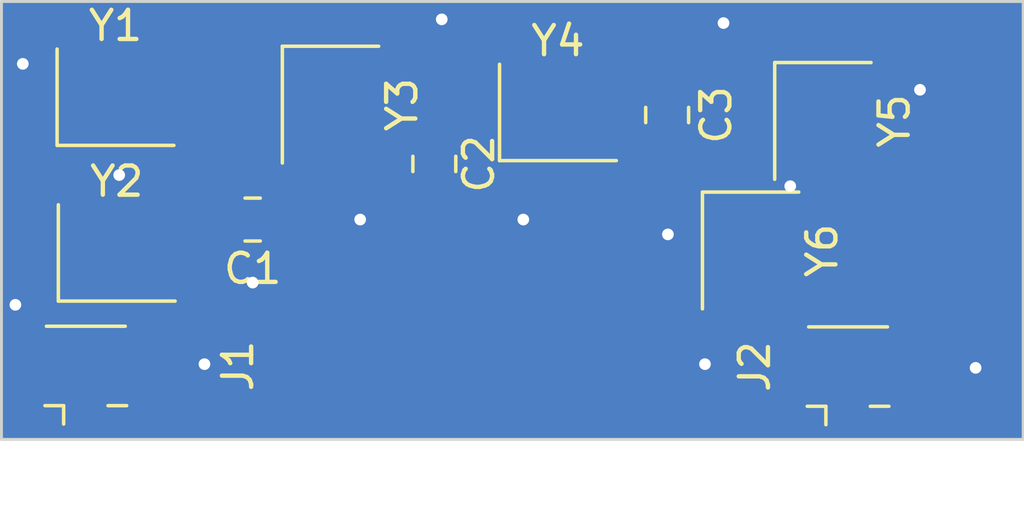
<source format=kicad_pcb>
(kicad_pcb (version 20221018) (generator pcbnew)
  (layers (0 "F.Cu" signal) (31 "B.Cu" signal) (34 "B.Paste" user) (35 "F.Paste" user) (36 "B.SilkS" user "B.Silkscreen") (37 "F.SilkS" user "F.Silkscreen") (38 "B.Mask" user) (39 "F.Mask" user) (44 "Edge.Cuts" user))
  (net 0 "")
  (net 1 "Earth")
  (net 2 "Net-(C1-Pad2)")
  (net 3 "Net-(C2-Pad2)")
  (net 4 "Net-(C3-Pad2)")
  (net 5 "Net-(J1-In)")
  (net 6 "Net-(J2-In)")
  (footprint "Capacitor_SMD:C_0805_2012Metric" (layer "F.Cu") (at 141.605 85.471 180)
    (fp_text reference "C1" (at 0 -1.68) (layer "F.SilkS"))
    (fp_text value "330")
    (fp_line (start -0.261252 -0.735) (end 0.261252 -0.735) (stroke (width 0.12)) (layer "F.SilkS"))
    (fp_line (start -0.261252 0.735) (end 0.261252 0.735) (stroke (width 0.12)) (layer "F.SilkS"))
    (pad "1" smd roundrect (at -0.95 0 180) (size 1 1.45) (layers "F.Cu" "F.Paste" "F.Mask") (net 1 "Earth"))
    (pad "2" smd roundrect (at 0.95 0 180) (size 1 1.45) (layers "F.Cu" "F.Paste" "F.Mask") (net 2 "Net-(C1-Pad2)"))
  )
  (footprint "Connector_Coaxial:U.FL_Hirose_U.FL-R-SMT-1_Vertical" (layer "F.Cu") (at 162.0012 90.9828 90)
    (fp_text reference "J2" (at 0.475 -3.2 90) (layer "F.SilkS"))
    (fp_text value "Conn_Coaxial")
    (fp_line (start -0.885 -1.4) (end -0.885 -0.76) (stroke (width 0.12)) (layer "F.SilkS"))
    (fp_line (start -0.885 -0.76) (end -1.515 -0.76) (stroke (width 0.12)) (layer "F.SilkS"))
    (fp_line (start -0.885 1.4) (end -0.885 0.76) (stroke (width 0.12)) (layer "F.SilkS"))
    (fp_line (start 1.835 -1.35) (end 1.835 1.35) (stroke (width 0.12)) (layer "F.SilkS"))
    (pad "1" smd rect (at -1.05 0 90) (size 1.05 1) (layers "F.Cu" "F.Paste" "F.Mask") (net 6 "Net-(J2-In)"))
    (pad "2" smd rect (at 0.475 -1.475 90) (size 2.2 1.05) (layers "F.Cu" "F.Paste" "F.Mask") (net 1 "Earth"))
    (pad "2" smd rect (at 0.475 1.475 90) (size 2.2 1.05) (layers "F.Cu" "F.Paste" "F.Mask") (net 1 "Earth"))
  )
  (footprint "Connector_Coaxial:U.FL_Hirose_U.FL-R-SMT-1_Vertical" (layer "F.Cu") (at 135.89 90.9604 90)
    (fp_text reference "J1" (at 0.475 5.207 90) (layer "F.SilkS"))
    (fp_text value "Conn_Coaxial")
    (fp_line (start -0.885 -1.4) (end -0.885 -0.76) (stroke (width 0.12)) (layer "F.SilkS"))
    (fp_line (start -0.885 -0.76) (end -1.515 -0.76) (stroke (width 0.12)) (layer "F.SilkS"))
    (fp_line (start -0.885 1.4) (end -0.885 0.76) (stroke (width 0.12)) (layer "F.SilkS"))
    (fp_line (start 1.835 -1.35) (end 1.835 1.35) (stroke (width 0.12)) (layer "F.SilkS"))
    (pad "1" smd rect (at -1.05 0 90) (size 1.05 1) (layers "F.Cu" "F.Paste" "F.Mask") (net 5 "Net-(J1-In)"))
    (pad "2" smd rect (at 0.475 -1.475 90) (size 2.2 1.05) (layers "F.Cu" "F.Paste" "F.Mask") (net 1 "Earth"))
    (pad "2" smd rect (at 0.475 1.475 90) (size 2.2 1.05) (layers "F.Cu" "F.Paste" "F.Mask") (net 1 "Earth"))
  )
  (footprint "Crystal:Crystal_SMD_3225-4Pin_3.2x2.5mm" (layer "F.Cu") (at 158.662 86.53 -90)
    (fp_text reference "Y6" (at 0 -2.45 90) (layer "F.SilkS"))
    (fp_text value "8MHz")
    (fp_line (start -2 -1.65) (end -2 1.65) (stroke (width 0.12)) (layer "F.SilkS"))
    (fp_line (start -2 1.65) (end 2 1.65) (stroke (width 0.12)) (layer "F.SilkS"))
    (pad "1" smd rect (at -1.1 0.85 270) (size 1.4 1.2) (layers "F.Cu" "F.Paste" "F.Mask") (net 4 "Net-(C3-Pad2)"))
    (pad "2" smd rect (at 1.1 0.85 270) (size 1.4 1.2) (layers "F.Cu" "F.Paste" "F.Mask") (net 1 "Earth"))
    (pad "3" smd rect (at 1.1 -0.85 270) (size 1.4 1.2) (layers "F.Cu" "F.Paste" "F.Mask") (net 6 "Net-(J2-In)"))
    (pad "4" smd rect (at -1.1 -0.85 270) (size 1.4 1.2) (layers "F.Cu" "F.Paste" "F.Mask") (net 1 "Earth"))
  )
  (footprint "Crystal:Crystal_SMD_3225-4Pin_3.2x2.5mm" (layer "F.Cu") (at 136.906 81.28)
    (fp_text reference "Y1" (at 0 -2.45) (layer "F.SilkS"))
    (fp_text value "8MHz")
    (fp_line (start -2 -1.65) (end -2 1.65) (stroke (width 0.12)) (layer "F.SilkS"))
    (fp_line (start -2 1.65) (end 2 1.65) (stroke (width 0.12)) (layer "F.SilkS"))
    (pad "1" smd rect (at -1.1 0.85) (size 1.4 1.2) (layers "F.Cu" "F.Paste" "F.Mask") (net 5 "Net-(J1-In)"))
    (pad "2" smd rect (at 1.1 0.85) (size 1.4 1.2) (layers "F.Cu" "F.Paste" "F.Mask") (net 1 "Earth"))
    (pad "3" smd rect (at 1.1 -0.85) (size 1.4 1.2) (layers "F.Cu" "F.Paste" "F.Mask") (net 2 "Net-(C1-Pad2)"))
    (pad "4" smd rect (at -1.1 -0.85) (size 1.4 1.2) (layers "F.Cu" "F.Paste" "F.Mask") (net 1 "Earth"))
  )
  (footprint "Capacitor_SMD:C_0805_2012Metric" (layer "F.Cu") (at 155.8036 81.8896 90)
    (fp_text reference "C3" (at 0 1.6764 90) (layer "F.SilkS"))
    (fp_text value "330")
    (fp_line (start -0.261252 -0.735) (end 0.261252 -0.735) (stroke (width 0.12)) (layer "F.SilkS"))
    (fp_line (start -0.261252 0.735) (end 0.261252 0.735) (stroke (width 0.12)) (layer "F.SilkS"))
    (pad "1" smd roundrect (at -0.95 0 90) (size 1 1.45) (layers "F.Cu" "F.Paste" "F.Mask") (net 1 "Earth"))
    (pad "2" smd roundrect (at 0.95 0 90) (size 1 1.45) (layers "F.Cu" "F.Paste" "F.Mask") (net 4 "Net-(C3-Pad2)"))
  )
  (footprint "Crystal:Crystal_SMD_3225-4Pin_3.2x2.5mm" (layer "F.Cu") (at 136.949 86.614)
    (fp_text reference "Y2" (at 0 -2.45) (layer "F.SilkS"))
    (fp_text value "8MHz")
    (fp_line (start -2 -1.65) (end -2 1.65) (stroke (width 0.12)) (layer "F.SilkS"))
    (fp_line (start -2 1.65) (end 2 1.65) (stroke (width 0.12)) (layer "F.SilkS"))
    (pad "1" smd rect (at -1.1 0.85) (size 1.4 1.2) (layers "F.Cu" "F.Paste" "F.Mask") (net 5 "Net-(J1-In)"))
    (pad "2" smd rect (at 1.1 0.85) (size 1.4 1.2) (layers "F.Cu" "F.Paste" "F.Mask") (net 1 "Earth"))
    (pad "3" smd rect (at 1.1 -0.85) (size 1.4 1.2) (layers "F.Cu" "F.Paste" "F.Mask") (net 2 "Net-(C1-Pad2)"))
    (pad "4" smd rect (at -1.1 -0.85) (size 1.4 1.2) (layers "F.Cu" "F.Paste" "F.Mask") (net 1 "Earth"))
  )
  (footprint "Crystal:Crystal_SMD_3225-4Pin_3.2x2.5mm" (layer "F.Cu") (at 161.1376 82.0928 -90)
    (fp_text reference "Y5" (at 0 -2.45 90) (layer "F.SilkS"))
    (fp_text value "8MHz")
    (fp_line (start -2 -1.65) (end -2 1.65) (stroke (width 0.12)) (layer "F.SilkS"))
    (fp_line (start -2 1.65) (end 2 1.65) (stroke (width 0.12)) (layer "F.SilkS"))
    (pad "1" smd rect (at -1.1 0.85 270) (size 1.4 1.2) (layers "F.Cu" "F.Paste" "F.Mask") (net 4 "Net-(C3-Pad2)"))
    (pad "2" smd rect (at 1.1 0.85 270) (size 1.4 1.2) (layers "F.Cu" "F.Paste" "F.Mask") (net 1 "Earth"))
    (pad "3" smd rect (at 1.1 -0.85 270) (size 1.4 1.2) (layers "F.Cu" "F.Paste" "F.Mask") (net 6 "Net-(J2-In)"))
    (pad "4" smd rect (at -1.1 -0.85 270) (size 1.4 1.2) (layers "F.Cu" "F.Paste" "F.Mask") (net 1 "Earth"))
  )
  (footprint "Crystal:Crystal_SMD_3225-4Pin_3.2x2.5mm" (layer "F.Cu") (at 152.062 81.8016)
    (fp_text reference "Y4" (at 0 -2.45) (layer "F.SilkS"))
    (fp_text value "8MHz")
    (fp_line (start -2 -1.65) (end -2 1.65) (stroke (width 0.12)) (layer "F.SilkS"))
    (fp_line (start -2 1.65) (end 2 1.65) (stroke (width 0.12)) (layer "F.SilkS"))
    (pad "1" smd rect (at -1.1 0.85) (size 1.4 1.2) (layers "F.Cu" "F.Paste" "F.Mask") (net 3 "Net-(C2-Pad2)"))
    (pad "2" smd rect (at 1.1 0.85) (size 1.4 1.2) (layers "F.Cu" "F.Paste" "F.Mask") (net 1 "Earth"))
    (pad "3" smd rect (at 1.1 -0.85) (size 1.4 1.2) (layers "F.Cu" "F.Paste" "F.Mask") (net 4 "Net-(C3-Pad2)"))
    (pad "4" smd rect (at -1.1 -0.85) (size 1.4 1.2) (layers "F.Cu" "F.Paste" "F.Mask") (net 1 "Earth"))
  )
  (footprint "Capacitor_SMD:C_0805_2012Metric" (layer "F.Cu") (at 147.828 83.566 90)
    (fp_text reference "C2" (at 0 1.524 90) (layer "F.SilkS"))
    (fp_text value "330")
    (fp_line (start -0.261252 -0.735) (end 0.261252 -0.735) (stroke (width 0.12)) (layer "F.SilkS"))
    (fp_line (start -0.261252 0.735) (end 0.261252 0.735) (stroke (width 0.12)) (layer "F.SilkS"))
    (pad "1" smd roundrect (at -0.95 0 90) (size 1 1.45) (layers "F.Cu" "F.Paste" "F.Mask") (net 1 "Earth"))
    (pad "2" smd roundrect (at 0.95 0 90) (size 1 1.45) (layers "F.Cu" "F.Paste" "F.Mask") (net 3 "Net-(C2-Pad2)"))
  )
  (footprint "Crystal:Crystal_SMD_3225-4Pin_3.2x2.5mm" (layer "F.Cu") (at 144.272 81.534 -90)
    (fp_text reference "Y3" (at 0 -2.45 90) (layer "F.SilkS"))
    (fp_text value "8MHz")
    (fp_line (start -2 -1.65) (end -2 1.65) (stroke (width 0.12)) (layer "F.SilkS"))
    (fp_line (start -2 1.65) (end 2 1.65) (stroke (width 0.12)) (layer "F.SilkS"))
    (pad "1" smd rect (at -1.1 0.85 270) (size 1.4 1.2) (layers "F.Cu" "F.Paste" "F.Mask") (net 2 "Net-(C1-Pad2)"))
    (pad "2" smd rect (at 1.1 0.85 270) (size 1.4 1.2) (layers "F.Cu" "F.Paste" "F.Mask") (net 1 "Earth"))
    (pad "3" smd rect (at 1.1 -0.85 270) (size 1.4 1.2) (layers "F.Cu" "F.Paste" "F.Mask") (net 3 "Net-(C2-Pad2)"))
    (pad "4" smd rect (at -1.1 -0.85 270) (size 1.4 1.2) (layers "F.Cu" "F.Paste" "F.Mask") (net 1 "Earth"))
  )
  (gr_line (start 133 93) (end 133 78) (stroke (width 0.1)) (layer "Edge.Cuts"))
  (gr_line (start 168 78) (end 168 93) (stroke (width 0.1)) (layer "Edge.Cuts"))
  (gr_line (start 133 78) (end 168 78) (stroke (width 0.1)) (layer "Edge.Cuts"))
  (gr_line (start 168 93) (end 133 93) (stroke (width 0.1)) (layer "Edge.Cuts"))
  (segment (start 137.906 82.13) (end 138.006 82.13) (width 0.25) (layer "F.Cu") (net 1))
  (segment (start 135.806 80.43) (end 136.206 80.43) (width 0.25) (layer "F.Cu") (net 1))
  (via (at 164.465 81.026) (size 0.8) (drill 0.4) (layers "F.Cu" "B.Cu") (net 1))
  (via (at 155.829 85.979) (size 0.8) (drill 0.4) (layers "F.Cu" "B.Cu") (net 1))
  (via (at 133.477 88.392) (size 0.8) (drill 0.4) (layers "F.Cu" "B.Cu") (net 1))
  (via (at 160.02 84.328) (size 0.8) (drill 0.4) (layers "F.Cu" "B.Cu") (net 1))
  (via (at 145.288 85.471) (size 0.8) (drill 0.4) (layers "F.Cu" "B.Cu") (net 1))
  (via (at 148.082 78.613) (size 0.8) (drill 0.4) (layers "F.Cu" "B.Cu") (net 1))
  (via (at 157.099 90.424) (size 0.8) (drill 0.4) (layers "F.Cu" "B.Cu") (net 1))
  (via (at 166.37 90.551) (size 0.8) (drill 0.4) (layers "F.Cu" "B.Cu") (net 1))
  (via (at 133.731 80.137) (size 0.8) (drill 0.4) (layers "F.Cu" "B.Cu") (net 1))
  (via (at 137.033 83.947) (size 0.8) (drill 0.4) (layers "F.Cu" "B.Cu") (net 1))
  (via (at 157.734 78.74) (size 0.8) (drill 0.4) (layers "F.Cu" "B.Cu") (net 1))
  (via (at 150.876 85.471) (size 0.8) (drill 0.4) (layers "F.Cu" "B.Cu") (net 1))
  (via (at 139.954 90.424) (size 0.8) (drill 0.4) (layers "F.Cu" "B.Cu") (net 1))
  (via (at 141.605 87.63) (size 0.8) (drill 0.4) (layers "F.Cu" "B.Cu") (net 1))
  (segment (start 138.049 85.764) (end 139.915 85.764) (width 1) (layer "F.Cu") (net 2))
  (segment (start 140.716 84.963) (end 140.716 80.96) (width 1) (layer "F.Cu") (net 2))
  (segment (start 137.649 86.106) (end 138.049 86.106) (width 0.25) (layer "F.Cu") (net 2))
  (segment (start 140.716 80.96) (end 140.4366 80.6806) (width 1) (layer "F.Cu") (net 2))
  (segment (start 143.422 80.434) (end 140.6832 80.434) (width 1) (layer "F.Cu") (net 2))
  (segment (start 140.6832 80.434) (end 140.4366 80.6806) (width 1) (layer "F.Cu") (net 2))
  (segment (start 139.915 85.764) (end 140.716 84.963) (width 1) (layer "F.Cu") (net 2))
  (segment (start 140.186 80.43) (end 140.4366 80.6806) (width 1) (layer "F.Cu") (net 2))
  (segment (start 138.006 80.43) (end 140.186 80.43) (width 1) (layer "F.Cu") (net 2))
  (segment (start 150.9444 82.634) (end 150.962 82.6516) (width 1) (layer "F.Cu") (net 3))
  (segment (start 145.122 82.634) (end 150.9444 82.634) (width 1) (layer "F.Cu") (net 3))
  (segment (start 157.7086 80.9516) (end 160.2464 80.9516) (width 1) (layer "F.Cu") (net 4))
  (segment (start 157.861 85.264) (end 157.861 81.104) (width 1) (layer "F.Cu") (net 4))
  (segment (start 160.2464 80.9516) (end 160.2876 80.9928) (width 1) (layer "F.Cu") (net 4))
  (segment (start 153.162 80.9516) (end 157.7086 80.9516) (width 1) (layer "F.Cu") (net 4))
  (segment (start 157.861 81.104) (end 157.7086 80.9516) (width 1) (layer "F.Cu") (net 4))
  (segment (start 157.9 85.303) (end 157.861 85.264) (width 1) (layer "F.Cu") (net 4))
  (segment (start 134.405 82.13) (end 134.0358 82.4992) (width 1) (layer "F.Cu") (net 5))
  (segment (start 134.0358 86.7918) (end 134.62 87.376) (width 1) (layer "F.Cu") (net 5))
  (segment (start 134.0358 82.4992) (end 134.0358 86.7918) (width 1) (layer "F.Cu") (net 5))
  (segment (start 135.8646 87.376) (end 135.89 87.4014) (width 1) (layer "F.Cu") (net 5))
  (segment (start 134.62 87.376) (end 135.8646 87.376) (width 1) (layer "F.Cu") (net 5))
  (segment (start 135.806 82.13) (end 134.405 82.13) (width 1) (layer "F.Cu") (net 5))
  (segment (start 135.89 87.4014) (end 135.89 92.0104) (width 1) (layer "F.Cu") (net 5))
  (segment (start 162.052 87.3956) (end 162.052 83.2572) (width 1) (layer "F.Cu") (net 6))
  (segment (start 162.0012 92.0328) (end 162.0012 87.4736) (width 1) (layer "F.Cu") (net 6))
  (segment (start 162.052 83.2572) (end 161.9876 83.1928) (width 1) (layer "F.Cu") (net 6))
  (segment (start 161.9876 87.46) (end 162.052 87.3956) (width 1) (layer "F.Cu") (net 6))
  (segment (start 159.512 87.63) (end 161.8176 87.63) (width 1) (layer "F.Cu") (net 6))
  (zone (net 1) (net_name "Earth") (layers "F&B.Cu") (connect_pads yes (clearance 0.5)) (min_thickness 0.25) (fill yes (thermal_gap 0.5) (thermal_bridge_width 1))
    (polygon (pts (xy 133 78) (xy 168 78) (xy 168 93) (xy 133 93)))
  )
)
</source>
